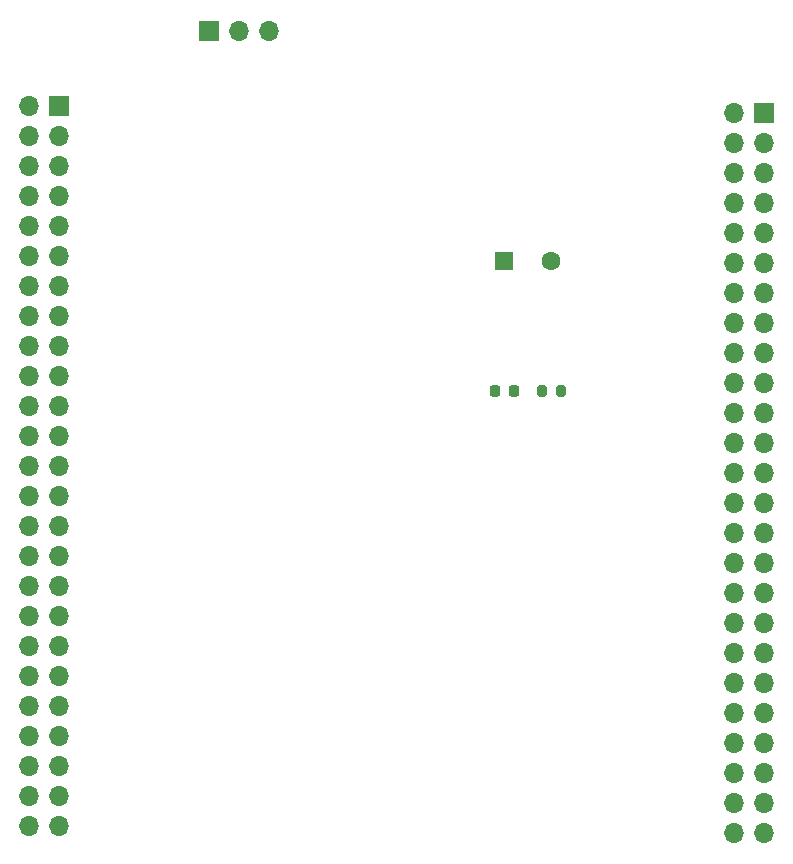
<source format=gbr>
%TF.GenerationSoftware,KiCad,Pcbnew,7.0.1*%
%TF.CreationDate,2023-05-31T19:04:53-06:00*%
%TF.ProjectId,Phase_D_STM_Shield,50686173-655f-4445-9f53-544d5f536869,rev?*%
%TF.SameCoordinates,Original*%
%TF.FileFunction,Soldermask,Top*%
%TF.FilePolarity,Negative*%
%FSLAX46Y46*%
G04 Gerber Fmt 4.6, Leading zero omitted, Abs format (unit mm)*
G04 Created by KiCad (PCBNEW 7.0.1) date 2023-05-31 19:04:53*
%MOMM*%
%LPD*%
G01*
G04 APERTURE LIST*
G04 Aperture macros list*
%AMRoundRect*
0 Rectangle with rounded corners*
0 $1 Rounding radius*
0 $2 $3 $4 $5 $6 $7 $8 $9 X,Y pos of 4 corners*
0 Add a 4 corners polygon primitive as box body*
4,1,4,$2,$3,$4,$5,$6,$7,$8,$9,$2,$3,0*
0 Add four circle primitives for the rounded corners*
1,1,$1+$1,$2,$3*
1,1,$1+$1,$4,$5*
1,1,$1+$1,$6,$7*
1,1,$1+$1,$8,$9*
0 Add four rect primitives between the rounded corners*
20,1,$1+$1,$2,$3,$4,$5,0*
20,1,$1+$1,$4,$5,$6,$7,0*
20,1,$1+$1,$6,$7,$8,$9,0*
20,1,$1+$1,$8,$9,$2,$3,0*%
G04 Aperture macros list end*
%ADD10R,1.700000X1.700000*%
%ADD11O,1.700000X1.700000*%
%ADD12RoundRect,0.218750X-0.218750X-0.256250X0.218750X-0.256250X0.218750X0.256250X-0.218750X0.256250X0*%
%ADD13R,1.600000X1.600000*%
%ADD14C,1.600000*%
%ADD15RoundRect,0.200000X-0.200000X-0.275000X0.200000X-0.275000X0.200000X0.275000X-0.200000X0.275000X0*%
G04 APERTURE END LIST*
D10*
%TO.C,J2*%
X151765000Y-42545000D03*
D11*
X149225000Y-42545000D03*
X151765000Y-45085000D03*
X149225000Y-45085000D03*
X151765000Y-47625000D03*
X149225000Y-47625000D03*
X151765000Y-50165000D03*
X149225000Y-50165000D03*
X151765000Y-52705000D03*
X149225000Y-52705000D03*
X151765000Y-55245000D03*
X149225000Y-55245000D03*
X151765000Y-57785000D03*
X149225000Y-57785000D03*
X151765000Y-60325000D03*
X149225000Y-60325000D03*
X151765000Y-62865000D03*
X149225000Y-62865000D03*
X151765000Y-65405000D03*
X149225000Y-65405000D03*
X151765000Y-67945000D03*
X149225000Y-67945000D03*
X151765000Y-70485000D03*
X149225000Y-70485000D03*
X151765000Y-73025000D03*
X149225000Y-73025000D03*
X151765000Y-75565000D03*
X149225000Y-75565000D03*
X151765000Y-78105000D03*
X149225000Y-78105000D03*
X151765000Y-80645000D03*
X149225000Y-80645000D03*
X151765000Y-83185000D03*
X149225000Y-83185000D03*
X151765000Y-85725000D03*
X149225000Y-85725000D03*
X151765000Y-88265000D03*
X149225000Y-88265000D03*
X151765000Y-90805000D03*
X149225000Y-90805000D03*
X151765000Y-93345000D03*
X149225000Y-93345000D03*
X151765000Y-95885000D03*
X149225000Y-95885000D03*
X151765000Y-98425000D03*
X149225000Y-98425000D03*
X151765000Y-100965000D03*
X149225000Y-100965000D03*
X151765000Y-103505000D03*
X149225000Y-103505000D03*
%TD*%
D12*
%TO.C,D1*%
X128997500Y-66080000D03*
X130572500Y-66080000D03*
%TD*%
D10*
%TO.C,MOTION_SENSOR1*%
X104775000Y-35560000D03*
D11*
X107315000Y-35560000D03*
X109855000Y-35560000D03*
%TD*%
D13*
%TO.C,BZ1*%
X129745000Y-55065000D03*
D14*
X133745000Y-55065000D03*
%TD*%
D10*
%TO.C,J1*%
X92075000Y-41910000D03*
D11*
X89535000Y-41910000D03*
X92075000Y-44450000D03*
X89535000Y-44450000D03*
X92075000Y-46990000D03*
X89535000Y-46990000D03*
X92075000Y-49530000D03*
X89535000Y-49530000D03*
X92075000Y-52070000D03*
X89535000Y-52070000D03*
X92075000Y-54610000D03*
X89535000Y-54610000D03*
X92075000Y-57150000D03*
X89535000Y-57150000D03*
X92075000Y-59690000D03*
X89535000Y-59690000D03*
X92075000Y-62230000D03*
X89535000Y-62230000D03*
X92075000Y-64770000D03*
X89535000Y-64770000D03*
X92075000Y-67310000D03*
X89535000Y-67310000D03*
X92075000Y-69850000D03*
X89535000Y-69850000D03*
X92075000Y-72390000D03*
X89535000Y-72390000D03*
X92075000Y-74930000D03*
X89535000Y-74930000D03*
X92075000Y-77470000D03*
X89535000Y-77470000D03*
X92075000Y-80010000D03*
X89535000Y-80010000D03*
X92075000Y-82550000D03*
X89535000Y-82550000D03*
X92075000Y-85090000D03*
X89535000Y-85090000D03*
X92075000Y-87630000D03*
X89535000Y-87630000D03*
X92075000Y-90170000D03*
X89535000Y-90170000D03*
X92075000Y-92710000D03*
X89535000Y-92710000D03*
X92075000Y-95250000D03*
X89535000Y-95250000D03*
X92075000Y-97790000D03*
X89535000Y-97790000D03*
X92075000Y-100330000D03*
X89535000Y-100330000D03*
X92075000Y-102870000D03*
X89535000Y-102870000D03*
%TD*%
D15*
%TO.C,R1*%
X132970000Y-66040000D03*
X134620000Y-66040000D03*
%TD*%
M02*

</source>
